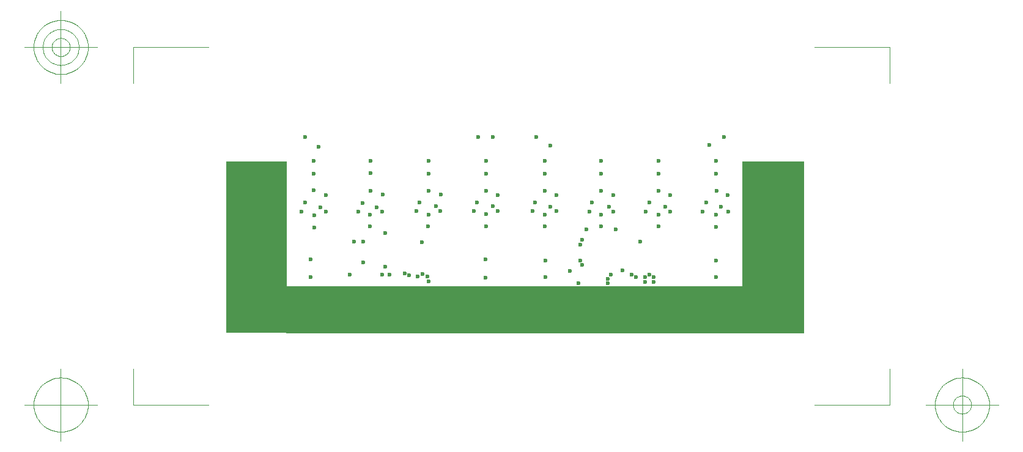
<source format=gbr>
G04 Generated by Ultiboard *
%FSLAX25Y25*%
%MOMM*%

%ADD10C,0.00100*%
%ADD11C,0.10000*%
%ADD12C,0.60000*%
%ADD13C,2.70916*%


%LNSolder Mask Bottom*%
%LPD*%
%FSLAX25Y25*%
%MOMM*%
G54D10*
G36*
X0Y5900D02*
X0Y2380800D01*
X838100Y2380800D01*
X838100Y5900D01*
X0Y5900D01*
G37*
G36*
X7147700Y0D02*
X7147700Y2374900D01*
X8000000Y2374900D01*
X8000000Y0D01*
X7147700Y0D01*
G37*
G36*
X830000Y0D02*
X830000Y650000D01*
X7160000Y650000D01*
X7160000Y0D01*
X830000Y0D01*
G37*
G54D11*
X-1290000Y-990000D02*
X-1290000Y-495000D01*
X-1290000Y-990000D02*
X-242000Y-990000D01*
X9190000Y-990000D02*
X8142000Y-990000D01*
X9190000Y-990000D02*
X9190000Y-495000D01*
X9190000Y3960000D02*
X9190000Y3465000D01*
X9190000Y3960000D02*
X8142000Y3960000D01*
X-1290000Y3960000D02*
X-242000Y3960000D01*
X-1290000Y3960000D02*
X-1290000Y3465000D01*
X-1790000Y-990000D02*
X-2790000Y-990000D01*
X-2290000Y-1490000D02*
X-2290000Y-490000D01*
X-1915000Y-990000D02*
X-1916806Y-953244D01*
X-1916806Y-953244D02*
X-1922206Y-916841D01*
X-1922206Y-916841D02*
X-1931147Y-881143D01*
X-1931147Y-881143D02*
X-1943545Y-846494D01*
X-1943545Y-846494D02*
X-1959280Y-813226D01*
X-1959280Y-813226D02*
X-1978199Y-781661D01*
X-1978199Y-781661D02*
X-2000121Y-752103D01*
X-2000121Y-752103D02*
X-2024835Y-724835D01*
X-2024835Y-724835D02*
X-2052103Y-700121D01*
X-2052103Y-700121D02*
X-2081661Y-678199D01*
X-2081661Y-678199D02*
X-2113226Y-659280D01*
X-2113226Y-659280D02*
X-2146494Y-643545D01*
X-2146494Y-643545D02*
X-2181143Y-631147D01*
X-2181143Y-631147D02*
X-2216841Y-622206D01*
X-2216841Y-622206D02*
X-2253244Y-616806D01*
X-2253244Y-616806D02*
X-2290000Y-615000D01*
X-2290000Y-615000D02*
X-2326756Y-616806D01*
X-2326756Y-616806D02*
X-2363159Y-622206D01*
X-2363159Y-622206D02*
X-2398857Y-631147D01*
X-2398857Y-631147D02*
X-2433506Y-643545D01*
X-2433506Y-643545D02*
X-2466774Y-659280D01*
X-2466774Y-659280D02*
X-2498339Y-678199D01*
X-2498339Y-678199D02*
X-2527897Y-700121D01*
X-2527897Y-700121D02*
X-2555165Y-724835D01*
X-2555165Y-724835D02*
X-2579879Y-752103D01*
X-2579879Y-752103D02*
X-2601801Y-781661D01*
X-2601801Y-781661D02*
X-2620720Y-813226D01*
X-2620720Y-813226D02*
X-2636455Y-846494D01*
X-2636455Y-846494D02*
X-2648853Y-881143D01*
X-2648853Y-881143D02*
X-2657794Y-916841D01*
X-2657794Y-916841D02*
X-2663194Y-953244D01*
X-2663194Y-953244D02*
X-2665000Y-990000D01*
X-2665000Y-990000D02*
X-2663194Y-1026756D01*
X-2663194Y-1026756D02*
X-2657794Y-1063159D01*
X-2657794Y-1063159D02*
X-2648853Y-1098857D01*
X-2648853Y-1098857D02*
X-2636455Y-1133506D01*
X-2636455Y-1133506D02*
X-2620720Y-1166774D01*
X-2620720Y-1166774D02*
X-2601801Y-1198339D01*
X-2601801Y-1198339D02*
X-2579879Y-1227897D01*
X-2579879Y-1227897D02*
X-2555165Y-1255165D01*
X-2555165Y-1255165D02*
X-2527897Y-1279879D01*
X-2527897Y-1279879D02*
X-2498339Y-1301801D01*
X-2498339Y-1301801D02*
X-2466774Y-1320720D01*
X-2466774Y-1320720D02*
X-2433506Y-1336455D01*
X-2433506Y-1336455D02*
X-2398857Y-1348853D01*
X-2398857Y-1348853D02*
X-2363159Y-1357794D01*
X-2363159Y-1357794D02*
X-2326756Y-1363194D01*
X-2326756Y-1363194D02*
X-2290000Y-1365000D01*
X-2290000Y-1365000D02*
X-2253244Y-1363194D01*
X-2253244Y-1363194D02*
X-2216841Y-1357794D01*
X-2216841Y-1357794D02*
X-2181143Y-1348853D01*
X-2181143Y-1348853D02*
X-2146494Y-1336455D01*
X-2146494Y-1336455D02*
X-2113226Y-1320720D01*
X-2113226Y-1320720D02*
X-2081661Y-1301801D01*
X-2081661Y-1301801D02*
X-2052103Y-1279879D01*
X-2052103Y-1279879D02*
X-2024835Y-1255165D01*
X-2024835Y-1255165D02*
X-2000121Y-1227897D01*
X-2000121Y-1227897D02*
X-1978199Y-1198339D01*
X-1978199Y-1198339D02*
X-1959280Y-1166774D01*
X-1959280Y-1166774D02*
X-1943545Y-1133506D01*
X-1943545Y-1133506D02*
X-1931147Y-1098857D01*
X-1931147Y-1098857D02*
X-1922206Y-1063159D01*
X-1922206Y-1063159D02*
X-1916806Y-1026756D01*
X-1916806Y-1026756D02*
X-1915000Y-990000D01*
X9690000Y-990000D02*
X10690000Y-990000D01*
X10190000Y-1490000D02*
X10190000Y-490000D01*
X10565000Y-990000D02*
X10563194Y-953244D01*
X10563194Y-953244D02*
X10557795Y-916841D01*
X10557795Y-916841D02*
X10548853Y-881143D01*
X10548853Y-881143D02*
X10536455Y-846494D01*
X10536455Y-846494D02*
X10520721Y-813226D01*
X10520721Y-813226D02*
X10501801Y-781661D01*
X10501801Y-781661D02*
X10479879Y-752103D01*
X10479879Y-752103D02*
X10455165Y-724835D01*
X10455165Y-724835D02*
X10427898Y-700121D01*
X10427898Y-700121D02*
X10398339Y-678199D01*
X10398339Y-678199D02*
X10366774Y-659280D01*
X10366774Y-659280D02*
X10333506Y-643545D01*
X10333506Y-643545D02*
X10298857Y-631147D01*
X10298857Y-631147D02*
X10263159Y-622206D01*
X10263159Y-622206D02*
X10226757Y-616806D01*
X10226757Y-616806D02*
X10190000Y-615000D01*
X10190000Y-615000D02*
X10153244Y-616806D01*
X10153244Y-616806D02*
X10116841Y-622206D01*
X10116841Y-622206D02*
X10081143Y-631147D01*
X10081143Y-631147D02*
X10046494Y-643545D01*
X10046494Y-643545D02*
X10013226Y-659280D01*
X10013226Y-659280D02*
X9981661Y-678199D01*
X9981661Y-678199D02*
X9952103Y-700121D01*
X9952103Y-700121D02*
X9924835Y-724835D01*
X9924835Y-724835D02*
X9900121Y-752103D01*
X9900121Y-752103D02*
X9878199Y-781661D01*
X9878199Y-781661D02*
X9859280Y-813226D01*
X9859280Y-813226D02*
X9843545Y-846494D01*
X9843545Y-846494D02*
X9831148Y-881143D01*
X9831148Y-881143D02*
X9822206Y-916841D01*
X9822206Y-916841D02*
X9816806Y-953244D01*
X9816806Y-953244D02*
X9815000Y-990000D01*
X9815000Y-990000D02*
X9816806Y-1026756D01*
X9816806Y-1026756D02*
X9822206Y-1063159D01*
X9822206Y-1063159D02*
X9831148Y-1098857D01*
X9831148Y-1098857D02*
X9843545Y-1133506D01*
X9843545Y-1133506D02*
X9859280Y-1166774D01*
X9859280Y-1166774D02*
X9878199Y-1198339D01*
X9878199Y-1198339D02*
X9900121Y-1227897D01*
X9900121Y-1227897D02*
X9924835Y-1255165D01*
X9924835Y-1255165D02*
X9952103Y-1279879D01*
X9952103Y-1279879D02*
X9981661Y-1301801D01*
X9981661Y-1301801D02*
X10013226Y-1320720D01*
X10013226Y-1320720D02*
X10046494Y-1336455D01*
X10046494Y-1336455D02*
X10081143Y-1348853D01*
X10081143Y-1348853D02*
X10116841Y-1357794D01*
X10116841Y-1357794D02*
X10153244Y-1363194D01*
X10153244Y-1363194D02*
X10190000Y-1365000D01*
X10190000Y-1365000D02*
X10226757Y-1363194D01*
X10226757Y-1363194D02*
X10263159Y-1357794D01*
X10263159Y-1357794D02*
X10298857Y-1348853D01*
X10298857Y-1348853D02*
X10333506Y-1336455D01*
X10333506Y-1336455D02*
X10366774Y-1320720D01*
X10366774Y-1320720D02*
X10398339Y-1301801D01*
X10398339Y-1301801D02*
X10427898Y-1279879D01*
X10427898Y-1279879D02*
X10455165Y-1255165D01*
X10455165Y-1255165D02*
X10479879Y-1227897D01*
X10479879Y-1227897D02*
X10501801Y-1198339D01*
X10501801Y-1198339D02*
X10520721Y-1166774D01*
X10520721Y-1166774D02*
X10536455Y-1133506D01*
X10536455Y-1133506D02*
X10548853Y-1098857D01*
X10548853Y-1098857D02*
X10557795Y-1063159D01*
X10557795Y-1063159D02*
X10563194Y-1026756D01*
X10563194Y-1026756D02*
X10565000Y-990000D01*
X10315000Y-990000D02*
X10314398Y-977748D01*
X10314398Y-977748D02*
X10312598Y-965614D01*
X10312598Y-965614D02*
X10309618Y-953715D01*
X10309618Y-953715D02*
X10305485Y-942165D01*
X10305485Y-942165D02*
X10300240Y-931076D01*
X10300240Y-931076D02*
X10293934Y-920554D01*
X10293934Y-920554D02*
X10286626Y-910701D01*
X10286626Y-910701D02*
X10278388Y-901612D01*
X10278388Y-901612D02*
X10269299Y-893374D01*
X10269299Y-893374D02*
X10259446Y-886066D01*
X10259446Y-886066D02*
X10248925Y-879760D01*
X10248925Y-879760D02*
X10237836Y-874515D01*
X10237836Y-874515D02*
X10226286Y-870383D01*
X10226286Y-870383D02*
X10214386Y-867402D01*
X10214386Y-867402D02*
X10202252Y-865602D01*
X10202252Y-865602D02*
X10190000Y-865000D01*
X10190000Y-865000D02*
X10177748Y-865602D01*
X10177748Y-865602D02*
X10165614Y-867402D01*
X10165614Y-867402D02*
X10153715Y-870383D01*
X10153715Y-870383D02*
X10142165Y-874515D01*
X10142165Y-874515D02*
X10131076Y-879760D01*
X10131076Y-879760D02*
X10120554Y-886066D01*
X10120554Y-886066D02*
X10110701Y-893374D01*
X10110701Y-893374D02*
X10101612Y-901612D01*
X10101612Y-901612D02*
X10093374Y-910701D01*
X10093374Y-910701D02*
X10086066Y-920554D01*
X10086066Y-920554D02*
X10079760Y-931076D01*
X10079760Y-931076D02*
X10074515Y-942165D01*
X10074515Y-942165D02*
X10070383Y-953715D01*
X10070383Y-953715D02*
X10067402Y-965614D01*
X10067402Y-965614D02*
X10065602Y-977748D01*
X10065602Y-977748D02*
X10065000Y-990000D01*
X10065000Y-990000D02*
X10065602Y-1002252D01*
X10065602Y-1002252D02*
X10067402Y-1014386D01*
X10067402Y-1014386D02*
X10070383Y-1026286D01*
X10070383Y-1026286D02*
X10074515Y-1037835D01*
X10074515Y-1037835D02*
X10079760Y-1048925D01*
X10079760Y-1048925D02*
X10086066Y-1059446D01*
X10086066Y-1059446D02*
X10093374Y-1069299D01*
X10093374Y-1069299D02*
X10101612Y-1078388D01*
X10101612Y-1078388D02*
X10110701Y-1086626D01*
X10110701Y-1086626D02*
X10120554Y-1093934D01*
X10120554Y-1093934D02*
X10131076Y-1100240D01*
X10131076Y-1100240D02*
X10142165Y-1105485D01*
X10142165Y-1105485D02*
X10153715Y-1109618D01*
X10153715Y-1109618D02*
X10165614Y-1112598D01*
X10165614Y-1112598D02*
X10177748Y-1114398D01*
X10177748Y-1114398D02*
X10190000Y-1115000D01*
X10190000Y-1115000D02*
X10202252Y-1114398D01*
X10202252Y-1114398D02*
X10214386Y-1112598D01*
X10214386Y-1112598D02*
X10226286Y-1109618D01*
X10226286Y-1109618D02*
X10237836Y-1105485D01*
X10237836Y-1105485D02*
X10248925Y-1100240D01*
X10248925Y-1100240D02*
X10259446Y-1093934D01*
X10259446Y-1093934D02*
X10269299Y-1086626D01*
X10269299Y-1086626D02*
X10278388Y-1078388D01*
X10278388Y-1078388D02*
X10286626Y-1069299D01*
X10286626Y-1069299D02*
X10293934Y-1059446D01*
X10293934Y-1059446D02*
X10300240Y-1048925D01*
X10300240Y-1048925D02*
X10305485Y-1037835D01*
X10305485Y-1037835D02*
X10309618Y-1026286D01*
X10309618Y-1026286D02*
X10312598Y-1014386D01*
X10312598Y-1014386D02*
X10314398Y-1002252D01*
X10314398Y-1002252D02*
X10315000Y-990000D01*
X-1790000Y3960000D02*
X-2790000Y3960000D01*
X-2290000Y3460000D02*
X-2290000Y4460000D01*
X-1915000Y3960000D02*
X-1916806Y3996757D01*
X-1916806Y3996757D02*
X-1922206Y4033159D01*
X-1922206Y4033159D02*
X-1931147Y4068857D01*
X-1931147Y4068857D02*
X-1943545Y4103506D01*
X-1943545Y4103506D02*
X-1959280Y4136774D01*
X-1959280Y4136774D02*
X-1978199Y4168339D01*
X-1978199Y4168339D02*
X-2000121Y4197898D01*
X-2000121Y4197898D02*
X-2024835Y4225165D01*
X-2024835Y4225165D02*
X-2052103Y4249879D01*
X-2052103Y4249879D02*
X-2081661Y4271801D01*
X-2081661Y4271801D02*
X-2113226Y4290721D01*
X-2113226Y4290721D02*
X-2146494Y4306455D01*
X-2146494Y4306455D02*
X-2181143Y4318853D01*
X-2181143Y4318853D02*
X-2216841Y4327795D01*
X-2216841Y4327795D02*
X-2253244Y4333194D01*
X-2253244Y4333194D02*
X-2290000Y4335000D01*
X-2290000Y4335000D02*
X-2326756Y4333194D01*
X-2326756Y4333194D02*
X-2363159Y4327795D01*
X-2363159Y4327795D02*
X-2398857Y4318853D01*
X-2398857Y4318853D02*
X-2433506Y4306455D01*
X-2433506Y4306455D02*
X-2466774Y4290721D01*
X-2466774Y4290721D02*
X-2498339Y4271801D01*
X-2498339Y4271801D02*
X-2527897Y4249879D01*
X-2527897Y4249879D02*
X-2555165Y4225165D01*
X-2555165Y4225165D02*
X-2579879Y4197898D01*
X-2579879Y4197898D02*
X-2601801Y4168339D01*
X-2601801Y4168339D02*
X-2620720Y4136774D01*
X-2620720Y4136774D02*
X-2636455Y4103506D01*
X-2636455Y4103506D02*
X-2648853Y4068857D01*
X-2648853Y4068857D02*
X-2657794Y4033159D01*
X-2657794Y4033159D02*
X-2663194Y3996757D01*
X-2663194Y3996757D02*
X-2665000Y3960000D01*
X-2665000Y3960000D02*
X-2663194Y3923244D01*
X-2663194Y3923244D02*
X-2657794Y3886841D01*
X-2657794Y3886841D02*
X-2648853Y3851143D01*
X-2648853Y3851143D02*
X-2636455Y3816494D01*
X-2636455Y3816494D02*
X-2620720Y3783226D01*
X-2620720Y3783226D02*
X-2601801Y3751661D01*
X-2601801Y3751661D02*
X-2579879Y3722103D01*
X-2579879Y3722103D02*
X-2555165Y3694835D01*
X-2555165Y3694835D02*
X-2527897Y3670121D01*
X-2527897Y3670121D02*
X-2498339Y3648199D01*
X-2498339Y3648199D02*
X-2466774Y3629280D01*
X-2466774Y3629280D02*
X-2433506Y3613545D01*
X-2433506Y3613545D02*
X-2398857Y3601148D01*
X-2398857Y3601148D02*
X-2363159Y3592206D01*
X-2363159Y3592206D02*
X-2326756Y3586806D01*
X-2326756Y3586806D02*
X-2290000Y3585000D01*
X-2290000Y3585000D02*
X-2253244Y3586806D01*
X-2253244Y3586806D02*
X-2216841Y3592206D01*
X-2216841Y3592206D02*
X-2181143Y3601148D01*
X-2181143Y3601148D02*
X-2146494Y3613545D01*
X-2146494Y3613545D02*
X-2113226Y3629280D01*
X-2113226Y3629280D02*
X-2081661Y3648199D01*
X-2081661Y3648199D02*
X-2052103Y3670121D01*
X-2052103Y3670121D02*
X-2024835Y3694835D01*
X-2024835Y3694835D02*
X-2000121Y3722103D01*
X-2000121Y3722103D02*
X-1978199Y3751661D01*
X-1978199Y3751661D02*
X-1959280Y3783226D01*
X-1959280Y3783226D02*
X-1943545Y3816494D01*
X-1943545Y3816494D02*
X-1931147Y3851143D01*
X-1931147Y3851143D02*
X-1922206Y3886841D01*
X-1922206Y3886841D02*
X-1916806Y3923244D01*
X-1916806Y3923244D02*
X-1915000Y3960000D01*
X-2040000Y3960000D02*
X-2041204Y3984504D01*
X-2041204Y3984504D02*
X-2044804Y4008773D01*
X-2044804Y4008773D02*
X-2050765Y4032571D01*
X-2050765Y4032571D02*
X-2059030Y4055671D01*
X-2059030Y4055671D02*
X-2069520Y4077849D01*
X-2069520Y4077849D02*
X-2082133Y4098893D01*
X-2082133Y4098893D02*
X-2096747Y4118598D01*
X-2096747Y4118598D02*
X-2113223Y4136777D01*
X-2113223Y4136777D02*
X-2131402Y4153253D01*
X-2131402Y4153253D02*
X-2151107Y4167868D01*
X-2151107Y4167868D02*
X-2172151Y4180480D01*
X-2172151Y4180480D02*
X-2194329Y4190970D01*
X-2194329Y4190970D02*
X-2217429Y4199235D01*
X-2217429Y4199235D02*
X-2241227Y4205196D01*
X-2241227Y4205196D02*
X-2265496Y4208796D01*
X-2265496Y4208796D02*
X-2290000Y4210000D01*
X-2290000Y4210000D02*
X-2314504Y4208796D01*
X-2314504Y4208796D02*
X-2338772Y4205196D01*
X-2338772Y4205196D02*
X-2362571Y4199235D01*
X-2362571Y4199235D02*
X-2385671Y4190970D01*
X-2385671Y4190970D02*
X-2407849Y4180480D01*
X-2407849Y4180480D02*
X-2428892Y4167868D01*
X-2428892Y4167868D02*
X-2448598Y4153253D01*
X-2448598Y4153253D02*
X-2466777Y4136777D01*
X-2466777Y4136777D02*
X-2483253Y4118598D01*
X-2483253Y4118598D02*
X-2497867Y4098893D01*
X-2497867Y4098893D02*
X-2510480Y4077849D01*
X-2510480Y4077849D02*
X-2520970Y4055671D01*
X-2520970Y4055671D02*
X-2529235Y4032571D01*
X-2529235Y4032571D02*
X-2535196Y4008773D01*
X-2535196Y4008773D02*
X-2538796Y3984504D01*
X-2538796Y3984504D02*
X-2540000Y3960000D01*
X-2540000Y3960000D02*
X-2538796Y3935496D01*
X-2538796Y3935496D02*
X-2535196Y3911228D01*
X-2535196Y3911228D02*
X-2529235Y3887429D01*
X-2529235Y3887429D02*
X-2520970Y3864329D01*
X-2520970Y3864329D02*
X-2510480Y3842151D01*
X-2510480Y3842151D02*
X-2497867Y3821108D01*
X-2497867Y3821108D02*
X-2483253Y3801402D01*
X-2483253Y3801402D02*
X-2466777Y3783223D01*
X-2466777Y3783223D02*
X-2448598Y3766748D01*
X-2448598Y3766748D02*
X-2428892Y3752133D01*
X-2428892Y3752133D02*
X-2407849Y3739520D01*
X-2407849Y3739520D02*
X-2385671Y3729030D01*
X-2385671Y3729030D02*
X-2362571Y3720765D01*
X-2362571Y3720765D02*
X-2338772Y3714804D01*
X-2338772Y3714804D02*
X-2314504Y3711204D01*
X-2314504Y3711204D02*
X-2290000Y3710000D01*
X-2290000Y3710000D02*
X-2265496Y3711204D01*
X-2265496Y3711204D02*
X-2241227Y3714804D01*
X-2241227Y3714804D02*
X-2217429Y3720765D01*
X-2217429Y3720765D02*
X-2194329Y3729030D01*
X-2194329Y3729030D02*
X-2172151Y3739520D01*
X-2172151Y3739520D02*
X-2151107Y3752133D01*
X-2151107Y3752133D02*
X-2131402Y3766748D01*
X-2131402Y3766748D02*
X-2113223Y3783223D01*
X-2113223Y3783223D02*
X-2096747Y3801402D01*
X-2096747Y3801402D02*
X-2082133Y3821108D01*
X-2082133Y3821108D02*
X-2069520Y3842151D01*
X-2069520Y3842151D02*
X-2059030Y3864329D01*
X-2059030Y3864329D02*
X-2050765Y3887429D01*
X-2050765Y3887429D02*
X-2044804Y3911228D01*
X-2044804Y3911228D02*
X-2041204Y3935496D01*
X-2041204Y3935496D02*
X-2040000Y3960000D01*
X-2165000Y3960000D02*
X-2165602Y3972252D01*
X-2165602Y3972252D02*
X-2167402Y3984386D01*
X-2167402Y3984386D02*
X-2170382Y3996286D01*
X-2170382Y3996286D02*
X-2174515Y4007836D01*
X-2174515Y4007836D02*
X-2179760Y4018925D01*
X-2179760Y4018925D02*
X-2186066Y4029446D01*
X-2186066Y4029446D02*
X-2193374Y4039299D01*
X-2193374Y4039299D02*
X-2201612Y4048388D01*
X-2201612Y4048388D02*
X-2210701Y4056626D01*
X-2210701Y4056626D02*
X-2220554Y4063934D01*
X-2220554Y4063934D02*
X-2231075Y4070240D01*
X-2231075Y4070240D02*
X-2242165Y4075485D01*
X-2242165Y4075485D02*
X-2253714Y4079618D01*
X-2253714Y4079618D02*
X-2265614Y4082598D01*
X-2265614Y4082598D02*
X-2277748Y4084398D01*
X-2277748Y4084398D02*
X-2290000Y4085000D01*
X-2290000Y4085000D02*
X-2302252Y4084398D01*
X-2302252Y4084398D02*
X-2314386Y4082598D01*
X-2314386Y4082598D02*
X-2326285Y4079618D01*
X-2326285Y4079618D02*
X-2337835Y4075485D01*
X-2337835Y4075485D02*
X-2348924Y4070240D01*
X-2348924Y4070240D02*
X-2359446Y4063934D01*
X-2359446Y4063934D02*
X-2369299Y4056626D01*
X-2369299Y4056626D02*
X-2378388Y4048388D01*
X-2378388Y4048388D02*
X-2386626Y4039299D01*
X-2386626Y4039299D02*
X-2393934Y4029446D01*
X-2393934Y4029446D02*
X-2400240Y4018925D01*
X-2400240Y4018925D02*
X-2405485Y4007836D01*
X-2405485Y4007836D02*
X-2409617Y3996286D01*
X-2409617Y3996286D02*
X-2412598Y3984386D01*
X-2412598Y3984386D02*
X-2414398Y3972252D01*
X-2414398Y3972252D02*
X-2415000Y3960000D01*
X-2415000Y3960000D02*
X-2414398Y3947748D01*
X-2414398Y3947748D02*
X-2412598Y3935614D01*
X-2412598Y3935614D02*
X-2409617Y3923715D01*
X-2409617Y3923715D02*
X-2405485Y3912165D01*
X-2405485Y3912165D02*
X-2400240Y3901076D01*
X-2400240Y3901076D02*
X-2393934Y3890554D01*
X-2393934Y3890554D02*
X-2386626Y3880701D01*
X-2386626Y3880701D02*
X-2378388Y3871612D01*
X-2378388Y3871612D02*
X-2369299Y3863374D01*
X-2369299Y3863374D02*
X-2359446Y3856066D01*
X-2359446Y3856066D02*
X-2348924Y3849760D01*
X-2348924Y3849760D02*
X-2337835Y3844515D01*
X-2337835Y3844515D02*
X-2326285Y3840383D01*
X-2326285Y3840383D02*
X-2314386Y3837402D01*
X-2314386Y3837402D02*
X-2302252Y3835602D01*
X-2302252Y3835602D02*
X-2290000Y3835000D01*
X-2290000Y3835000D02*
X-2277748Y3835602D01*
X-2277748Y3835602D02*
X-2265614Y3837402D01*
X-2265614Y3837402D02*
X-2253714Y3840383D01*
X-2253714Y3840383D02*
X-2242165Y3844515D01*
X-2242165Y3844515D02*
X-2231075Y3849760D01*
X-2231075Y3849760D02*
X-2220554Y3856066D01*
X-2220554Y3856066D02*
X-2210701Y3863374D01*
X-2210701Y3863374D02*
X-2201612Y3871612D01*
X-2201612Y3871612D02*
X-2193374Y3880701D01*
X-2193374Y3880701D02*
X-2186066Y3890554D01*
X-2186066Y3890554D02*
X-2179760Y3901076D01*
X-2179760Y3901076D02*
X-2174515Y3912165D01*
X-2174515Y3912165D02*
X-2170382Y3923715D01*
X-2170382Y3923715D02*
X-2167402Y3935614D01*
X-2167402Y3935614D02*
X-2165602Y3947748D01*
X-2165602Y3947748D02*
X-2165000Y3960000D01*
G54D12*
X6400000Y220000D03*
X3200300Y209100D03*
X1600100Y221800D03*
X99700Y1572200D03*
X763200Y1571700D03*
X1220000Y1630000D03*
X763200Y1457400D03*
X759700Y669500D03*
X761300Y212300D03*
X761300Y98000D03*
X759700Y555200D03*
X759700Y440900D03*
X761300Y326600D03*
X760000Y1123000D03*
X761600Y1008700D03*
X761600Y894400D03*
X761600Y780100D03*
X760000Y1351600D03*
X760000Y1237300D03*
X98100Y780600D03*
X96200Y441400D03*
X97800Y212800D03*
X97800Y98500D03*
X97800Y327100D03*
X96200Y670000D03*
X96200Y555700D03*
X96500Y1237800D03*
X96500Y1123500D03*
X98100Y1009200D03*
X98100Y894900D03*
X99700Y1457900D03*
X96500Y1352100D03*
X1168300Y780600D03*
X1193700Y221800D03*
X1168300Y1021900D03*
X1220000Y1460000D03*
X763500Y2253800D03*
X761600Y1914600D03*
X761600Y1800300D03*
X763200Y1686000D03*
X761600Y2028900D03*
X760000Y2140000D03*
X98100Y2029400D03*
X98100Y1915100D03*
X98100Y1800800D03*
X99700Y1686500D03*
X100000Y2254300D03*
X100000Y2140000D03*
X1210000Y2390000D03*
X1210000Y2210000D03*
X1210000Y1980000D03*
X1090000Y1810000D03*
X1040000Y1680000D03*
X1308000Y1745800D03*
X1380000Y1680000D03*
X1380000Y1910000D03*
X1090000Y2720000D03*
X1282600Y2584000D03*
X1990000Y1640000D03*
X2800000Y1640000D03*
X2400200Y221800D03*
X1710000Y810000D03*
X2260000Y810000D03*
X2160000Y810000D03*
X1993800Y221800D03*
X1990000Y1480000D03*
X1900000Y980000D03*
X1770000Y1270000D03*
X1900000Y1270000D03*
X2200000Y920000D03*
X2200000Y1390000D03*
X2470000Y830000D03*
X2720000Y820000D03*
X2650000Y790000D03*
X2530000Y800000D03*
X2790000Y790000D03*
X2793900Y221800D03*
X2800000Y720000D03*
X2470000Y470000D03*
X2530000Y500000D03*
X2793900Y1479100D03*
X2710000Y1260000D03*
X2000000Y2390000D03*
X2000000Y2220000D03*
X2000000Y1970000D03*
X1828700Y1682300D03*
X1890000Y1800000D03*
X2158900Y1682300D03*
X2082700Y1745800D03*
X2170000Y1920000D03*
X2800000Y2390000D03*
X2800000Y2210000D03*
X2800000Y1970000D03*
X2679600Y1809300D03*
X2630000Y1690000D03*
X2908200Y1758500D03*
X2970000Y1920000D03*
X2960000Y1690000D03*
X4800000Y220000D03*
X4760000Y860000D03*
X4410000Y1640000D03*
X4000000Y220000D03*
X3594000Y767900D03*
X3594000Y221800D03*
X3599300Y1479100D03*
X3594000Y1021900D03*
X4420000Y780000D03*
X4400000Y220000D03*
X4410000Y1480000D03*
X4420000Y1010000D03*
X3600000Y2390000D03*
X3600000Y2210000D03*
X3600000Y1970000D03*
X3600000Y1650000D03*
X3430000Y1690000D03*
X3470000Y1810000D03*
X3690000Y1760000D03*
X3760000Y1690000D03*
X3760000Y1910000D03*
X3490000Y2720000D03*
X3690000Y2720000D03*
X4410000Y2390000D03*
X4410000Y1970000D03*
X4410000Y2210000D03*
X4240000Y1690000D03*
X4280000Y1810000D03*
X4490000Y1750000D03*
X4570000Y1910000D03*
X4570000Y1690000D03*
X4290000Y2720000D03*
X4490000Y2600000D03*
X5190000Y1640000D03*
X5990000Y1640000D03*
X5600000Y220000D03*
X5610000Y810000D03*
X5610000Y470000D03*
X5330000Y810000D03*
X5200000Y220000D03*
X4880000Y690000D03*
X5280000Y750000D03*
X5280000Y690000D03*
X5190000Y1480000D03*
X4900000Y1230000D03*
X4930000Y950000D03*
X4900000Y1010000D03*
X4990000Y1437600D03*
X4930000Y1290000D03*
X5490000Y870000D03*
X5390000Y1437600D03*
X5670000Y780000D03*
X5860000Y810000D03*
X5800000Y780000D03*
X5920000Y780000D03*
X6000000Y220000D03*
X5670000Y490000D03*
X5800000Y710000D03*
X5920000Y710000D03*
X5990000Y1480000D03*
X5730000Y1270000D03*
X5190000Y2390000D03*
X5190000Y2210000D03*
X5190000Y1970000D03*
X5060000Y1810000D03*
X5030000Y1680000D03*
X5360000Y1680000D03*
X5300000Y1750000D03*
X5360000Y1910000D03*
X5990000Y2390000D03*
X5990000Y1970000D03*
X5990000Y2210000D03*
X5860000Y1810000D03*
X5810000Y1680000D03*
X6080000Y1750000D03*
X6150000Y1680000D03*
X6150000Y1910000D03*
X7875400Y1578900D03*
X7211900Y1579400D03*
X6780000Y1640000D03*
X7211900Y1465100D03*
X7208400Y677200D03*
X7210000Y220000D03*
X7210000Y105700D03*
X7208400Y448600D03*
X7208400Y562900D03*
X7210000Y334300D03*
X7210300Y787800D03*
X7210300Y1016400D03*
X7210300Y902100D03*
X7208700Y1245000D03*
X7208700Y1359300D03*
X7208700Y1130700D03*
X6780000Y780000D03*
X6800000Y220000D03*
X6780000Y1470000D03*
X6780000Y1010000D03*
X7873800Y787300D03*
X7873500Y219500D03*
X7873500Y105200D03*
X7873500Y333800D03*
X7871900Y562400D03*
X7871900Y448100D03*
X7871900Y676700D03*
X7872200Y1244500D03*
X7873800Y1015900D03*
X7873800Y901600D03*
X7872200Y1130200D03*
X7872200Y1358800D03*
X7875400Y1464600D03*
X7212200Y2261500D03*
X7210300Y1922300D03*
X7210300Y1808000D03*
X7211900Y1693700D03*
X7210300Y2036600D03*
X7212200Y2147200D03*
X6780000Y2390000D03*
X6790000Y1970000D03*
X6780000Y2210000D03*
X6650000Y1810000D03*
X6600000Y1680000D03*
X6850000Y1750000D03*
X6950000Y1680000D03*
X6940000Y1910000D03*
X6690000Y2610000D03*
X6890000Y2720000D03*
X7873800Y2036100D03*
X7873800Y1807500D03*
X7875400Y1693200D03*
X7873800Y1921800D03*
X7875700Y2146700D03*
X7875700Y2261000D03*
G54D13*
X400000Y500000D03*
X400000Y1900000D03*
X7600000Y500000D03*
X7600000Y1900000D03*

M00*

</source>
